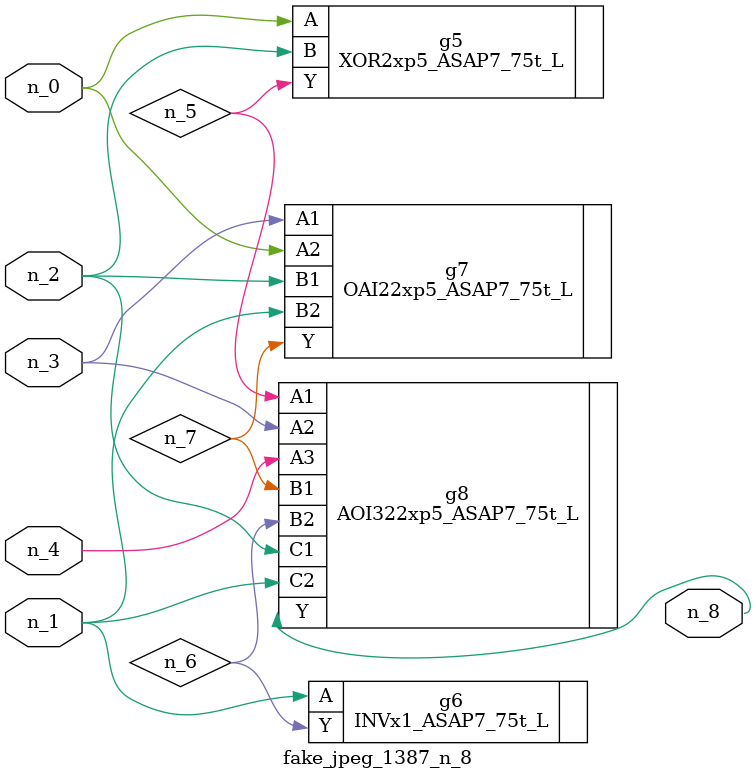
<source format=v>
module fake_jpeg_1387_n_8 (n_3, n_2, n_1, n_0, n_4, n_8);

input n_3;
input n_2;
input n_1;
input n_0;
input n_4;

output n_8;

wire n_6;
wire n_5;
wire n_7;

XOR2xp5_ASAP7_75t_L g5 ( 
.A(n_0),
.B(n_2),
.Y(n_5)
);

INVx1_ASAP7_75t_L g6 ( 
.A(n_1),
.Y(n_6)
);

OAI22xp5_ASAP7_75t_L g7 ( 
.A1(n_3),
.A2(n_0),
.B1(n_2),
.B2(n_1),
.Y(n_7)
);

AOI322xp5_ASAP7_75t_L g8 ( 
.A1(n_5),
.A2(n_3),
.A3(n_4),
.B1(n_7),
.B2(n_6),
.C1(n_2),
.C2(n_1),
.Y(n_8)
);


endmodule
</source>
